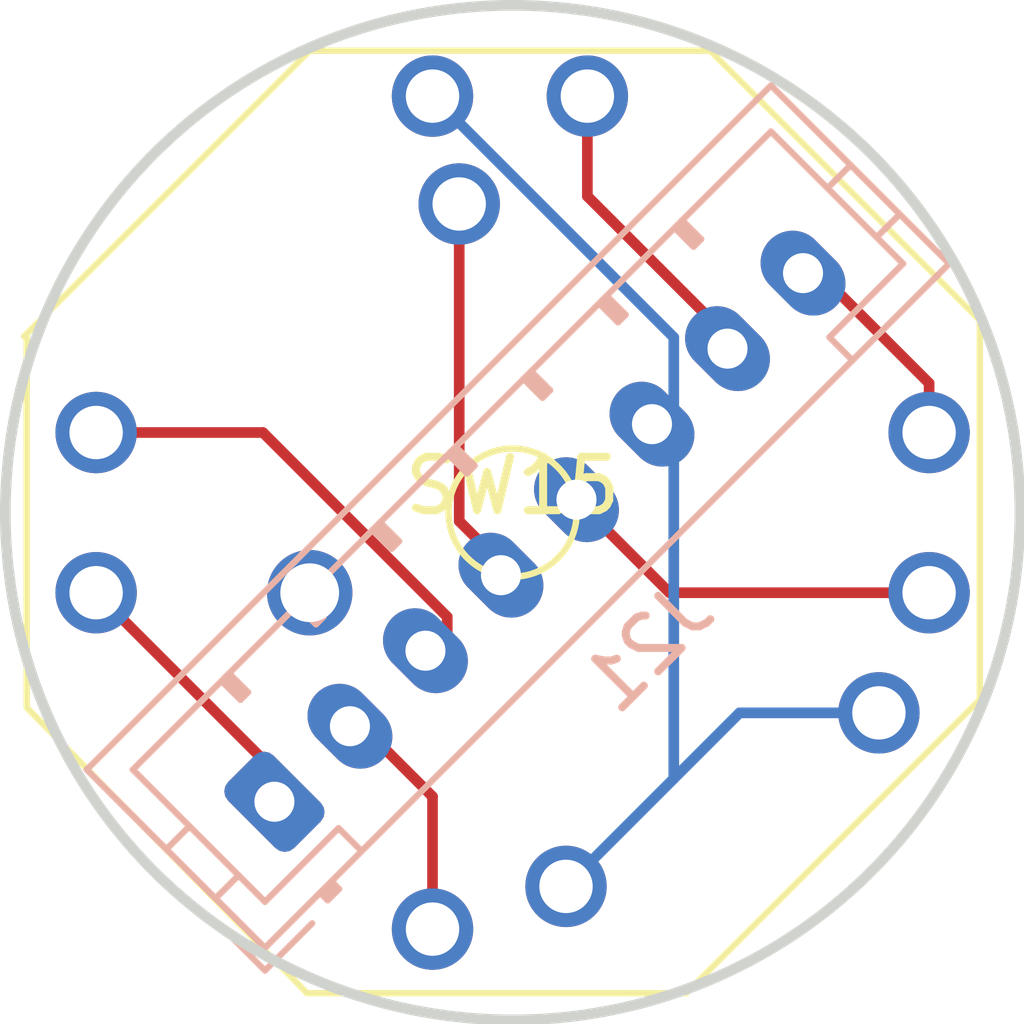
<source format=kicad_pcb>
(kicad_pcb (version 20211014) (generator pcbnew)
  (title_block (title "Libre-MIG PCB Full") (date "2022-10-10") (rev "v0.1"))
  (layers (0 "F.Cu" signal) (31 "B.Cu" signal) (34 "B.Paste" user) (35 "F.Paste" user) (36 "B.SilkS" user "B.Silkscreen") (37 "F.SilkS" user "F.Silkscreen") (38 "B.Mask" user) (39 "F.Mask" user) (44 "Edge.Cuts" user))
  (net 0 "")
  (net 1 "GND")
  (net 2 "/Encoder/EncodeA")
  (net 3 "/Encoder/EncodeB")
  (net 4 "/Encoder/DirC1")
  (net 5 "/Encoder/DirR1")
  (net 6 "/Encoder/DirL1")
  (net 7 "/Encoder/DirU1")
  (net 8 "/Encoder/DirD1")
  (footprint "Personal:RKJXT1F" (layer "F.Cu") (at 116.395 181.049)
    (fp_text reference "SW15" (at 0 -0.5 unlocked) (layer "F.SilkS"))
    (fp_text value "RKJXV1220")
    (fp_line (start -9.1 3.65) (end -9.1 -3.3) (layer "F.SilkS") (width 0.12))
    (fp_line (start -3.8 -8.65) (end 3.7 -8.65) (layer "F.SilkS") (width 0.12))
    (fp_line (start -3.85 9) (end -9.1 3.65) (layer "F.SilkS") (width 0.12))
    (fp_line (start 3.7 -8.65) (end 8.75 -3.6) (layer "F.SilkS") (width 0.12))
    (fp_line (start 3.25 9) (end -3.85 9) (layer "F.SilkS") (width 0.12))
    (fp_line (start -9.15 -3.3) (end -3.8 -8.65) (layer "F.SilkS") (width 0.12))
    (fp_line (start 8.75 3.5) (end 3.25 9) (layer "F.SilkS") (width 0.12))
    (fp_line (start 8.75 -3.6) (end 8.75 3.5) (layer "F.SilkS") (width 0.12))
    (fp_circle (center 0 0) (end 1.2 0) (layer "F.SilkS") (width 0.12) (fill none))
    (pad "" np_thru_hole circle (at -3.8 1.5) (size 1.6 1.6) (drill 1.1) (layers F&B.Cu *.Mask))
    (pad "1" thru_hole circle (at -1.5 7.8) (size 1.524 1.524) (drill 1) (layers *.Cu *.Mask) (net 7 "/Encoder/DirU1"))
    (pad "2" thru_hole circle (at 7.8 1.5) (size 1.524 1.524) (drill 1) (layers *.Cu *.Mask) (net 6 "/Encoder/DirL1"))
    (pad "3" thru_hole circle (at 1.4 -7.8) (size 1.524 1.524) (drill 1) (layers *.Cu *.Mask) (net 8 "/Encoder/DirD1"))
    (pad "4" thru_hole circle (at -7.8 -1.5) (size 1.524 1.524) (drill 1) (layers *.Cu *.Mask) (net 5 "/Encoder/DirR1"))
    (pad "5" thru_hole circle (at 1 7) (size 1.524 1.524) (drill 1) (layers *.Cu *.Mask) (net 1 "GND"))
    (pad "6" thru_hole circle (at -1 -5.78) (size 1.524 1.524) (drill 1) (layers *.Cu *.Mask) (net 4 "/Encoder/DirC1"))
    (pad "A" thru_hole circle (at -7.8 1.5) (size 1.524 1.524) (drill 1) (layers *.Cu *.Mask) (net 2 "/Encoder/EncodeA"))
    (pad "B" thru_hole circle (at 7.8 -1.5) (size 1.524 1.524) (drill 1) (layers *.Cu *.Mask) (net 3 "/Encoder/EncodeB"))
    (pad "C" thru_hole circle (at -1.5 -7.8) (size 1.524 1.524) (drill 1) (layers *.Cu *.Mask) (net 1 "GND"))
    (pad "GND" thru_hole circle (at 6.86 3.75) (size 1.524 1.524) (drill 1) (layers *.Cu *.Mask))
  )
  (footprint "Connector_JST:JST_PH_B8B-PH-K_1x08_P2.00mm_Vertical" (layer "B.Cu") (at 111.934162 186.463656 45)
    (fp_text reference "J21" (at 7 2.9 225) (layer "B.SilkS") (effects (justify mirror)))
    (fp_text value "Conn_01x08")
    (fp_line (start 16.06 1.81) (end -2.06 1.81) (layer "B.SilkS") (width 0.12))
    (fp_line (start 7.1 -1.8) (end 7.1 -2.3) (layer "B.SilkS") (width 0.12))
    (fp_line (start 0.9 -1.8) (end 1.1 -1.8) (layer "B.SilkS") (width 0.12))
    (fp_line (start 10.9 -1.8) (end 11.1 -1.8) (layer "B.SilkS") (width 0.12))
    (fp_line (start 0.9 -2.3) (end 0.9 -1.8) (layer "B.SilkS") (width 0.12))
    (fp_line (start -2.06 1.81) (end -2.06 -2.91) (layer "B.SilkS") (width 0.12))
    (fp_line (start 12.9 -1.8) (end 13.1 -1.8) (layer "B.SilkS") (width 0.12))
    (fp_line (start 9 -2.3) (end 9 -1.8) (layer "B.SilkS") (width 0.12))
    (fp_line (start 15.45 1.2) (end 13.5 1.2) (layer "B.SilkS") (width 0.12))
    (fp_line (start -2.36 2.11) (end -2.36 0.86) (layer "B.SilkS") (width 0.12))
    (fp_line (start 15.45 -2.3) (end 15.45 1.2) (layer "B.SilkS") (width 0.12))
    (fp_line (start 0.5 1.81) (end 0.5 1.2) (layer "B.SilkS") (width 0.12))
    (fp_line (start 0.5 1.2) (end -1.45 1.2) (layer "B.SilkS") (width 0.12))
    (fp_line (start 4.9 -1.8) (end 5.1 -1.8) (layer "B.SilkS") (width 0.12))
    (fp_line (start -2.06 -2.91) (end 16.06 -2.91) (layer "B.SilkS") (width 0.12))
    (fp_line (start -2.06 0.5) (end -1.45 0.5) (layer "B.SilkS") (width 0.12))
    (fp_line (start 11 -2.3) (end 11 -1.8) (layer "B.SilkS") (width 0.12))
    (fp_line (start 5 -2.3) (end 5 -1.8) (layer "B.SilkS") (width 0.12))
    (fp_line (start -0.3 2.01) (end -0.6 2.01) (layer "B.SilkS") (width 0.12))
    (fp_line (start 3 -2.3) (end 3 -1.8) (layer "B.SilkS") (width 0.12))
    (fp_line (start 8.9 -1.8) (end 9.1 -1.8) (layer "B.SilkS") (width 0.12))
    (fp_line (start 7 -2.3) (end 7 -1.8) (layer "B.SilkS") (width 0.12))
    (fp_line (start -0.3 1.91) (end -0.6 1.91) (layer "B.SilkS") (width 0.12))
    (fp_line (start 8.9 -2.3) (end 8.9 -1.8) (layer "B.SilkS") (width 0.12))
    (fp_line (start -0.6 2.01) (end -0.6 1.81) (layer "B.SilkS") (width 0.12))
    (fp_line (start 1.1 -1.8) (end 1.1 -2.3) (layer "B.SilkS") (width 0.12))
    (fp_line (start -0.3 1.81) (end -0.3 2.01) (layer "B.SilkS") (width 0.12))
    (fp_line (start 10.9 -2.3) (end 10.9 -1.8) (layer "B.SilkS") (width 0.12))
    (fp_line (start 16.06 0.5) (end 15.45 0.5) (layer "B.SilkS") (width 0.12))
    (fp_line (start 6.9 -1.8) (end 7.1 -1.8) (layer "B.SilkS") (width 0.12))
    (fp_line (start 6.9 -2.3) (end 6.9 -1.8) (layer "B.SilkS") (width 0.12))
    (fp_line (start 13 -2.3) (end 13 -1.8) (layer "B.SilkS") (width 0.12))
    (fp_line (start 2.9 -1.8) (end 3.1 -1.8) (layer "B.SilkS") (width 0.12))
    (fp_line (start 2.9 -2.3) (end 2.9 -1.8) (layer "B.SilkS") (width 0.12))
    (fp_line (start -2.06 -0.8) (end -1.45 -0.8) (layer "B.SilkS") (width 0.12))
    (fp_line (start -1.45 -2.3) (end 15.45 -2.3) (layer "B.SilkS") (width 0.12))
    (fp_line (start 4.9 -2.3) (end 4.9 -1.8) (layer "B.SilkS") (width 0.12))
    (fp_line (start 13.5 1.2) (end 13.5 1.81) (layer "B.SilkS") (width 0.12))
    (fp_line (start 16.06 -2.91) (end 16.06 1.81) (layer "B.SilkS") (width 0.12))
    (fp_line (start 12.9 -2.3) (end 12.9 -1.8) (layer "B.SilkS") (width 0.12))
    (fp_line (start 11.1 -1.8) (end 11.1 -2.3) (layer "B.SilkS") (width 0.12))
    (fp_line (start 16.06 -0.8) (end 15.45 -0.8) (layer "B.SilkS") (width 0.12))
    (fp_line (start -1.11 2.11) (end -2.36 2.11) (layer "B.SilkS") (width 0.12))
    (fp_line (start 13.1 -1.8) (end 13.1 -2.3) (layer "B.SilkS") (width 0.12))
    (fp_line (start 9.1 -1.8) (end 9.1 -2.3) (layer "B.SilkS") (width 0.12))
    (fp_line (start 5.1 -1.8) (end 5.1 -2.3) (layer "B.SilkS") (width 0.12))
    (fp_line (start 1 -2.3) (end 1 -1.8) (layer "B.SilkS") (width 0.12))
    (fp_line (start 3.1 -1.8) (end 3.1 -2.3) (layer "B.SilkS") (width 0.12))
    (fp_line (start -1.45 1.2) (end -1.45 -2.3) (layer "B.SilkS") (width 0.12))
    (pad "1" thru_hole roundrect (at 0 0 45) (size 1.2 1.75) (drill 0.75) (layers *.Cu *.Mask) (roundrect_rratio 0.208333) (net 2 "/Encoder/EncodeA"))
    (pad "2" thru_hole oval (at 2 0 45) (size 1.2 1.75) (drill 0.75) (layers *.Cu *.Mask) (net 7 "/Encoder/DirU1"))
    (pad "3" thru_hole oval (at 4 0 45) (size 1.2 1.75) (drill 0.75) (layers *.Cu *.Mask) (net 5 "/Encoder/DirR1"))
    (pad "4" thru_hole oval (at 6 0 45) (size 1.2 1.75) (drill 0.75) (layers *.Cu *.Mask) (net 4 "/Encoder/DirC1"))
    (pad "5" thru_hole oval (at 8 0 45) (size 1.2 1.75) (drill 0.75) (layers *.Cu *.Mask) (net 6 "/Encoder/DirL1"))
    (pad "6" thru_hole oval (at 10 0 45) (size 1.2 1.75) (drill 0.75) (layers *.Cu *.Mask) (net 1 "GND"))
    (pad "7" thru_hole oval (at 12 0 45) (size 1.2 1.75) (drill 0.75) (layers *.Cu *.Mask) (net 8 "/Encoder/DirD1"))
    (pad "8" thru_hole oval (at 14 0 45) (size 1.2 1.75) (drill 0.75) (layers *.Cu *.Mask) (net 3 "/Encoder/EncodeB"))
  )
  (gr_circle (center 116.395 181.049) (end 125.895 181.049) (layer "Edge.Cuts") (width 0.2) (fill none))
  (segment (start 119.41323 177.76723) (end 119.41323 179.570588) (width 0.2) (layer "B.Cu") (net 1))
  (segment (start 114.895 173.249) (end 119.41323 177.76723) (width 0.2) (layer "B.Cu") (net 1))
  (segment (start 119.41323 179.570588) (end 119.41323 186.03077) (width 0.2) (layer "B.Cu") (net 1))
  (segment (start 123.255 184.799) (end 120.645 184.799) (width 0.2) (layer "B.Cu") (net 1))
  (segment (start 119.41323 186.03077) (end 117.395 188.049) (width 0.2) (layer "B.Cu") (net 1))
  (segment (start 120.645 184.799) (end 119.41323 186.03077) (width 0.2) (layer "B.Cu") (net 1))
  (segment (start 112.342162 186.296162) (end 108.595 182.549) (width 0.2) (layer "F.Cu") (net 2))
  (segment (start 112.342162 186.641656) (end 112.342162 186.296162) (width 0.2) (layer "F.Cu") (net 2))
  (segment (start 122.312161 176.742161) (end 122.241657 176.742161) (width 0.2) (layer "F.Cu") (net 3))
  (segment (start 124.195 178.625) (end 122.312161 176.742161) (width 0.2) (layer "F.Cu") (net 3))
  (segment (start 124.195 179.549) (end 124.195 178.625) (width 0.2) (layer "F.Cu") (net 3))
  (segment (start 115.395 181.209212) (end 116.584803 182.399015) (width 0.2) (layer "F.Cu") (net 4))
  (segment (start 115.395 175.269) (end 115.395 181.209212) (width 0.2) (layer "F.Cu") (net 4))
  (segment (start 115.170589 183.000589) (end 115.170589 183.813229) (width 0.2) (layer "F.Cu") (net 5))
  (segment (start 111.719 179.549) (end 115.170589 183.000589) (width 0.2) (layer "F.Cu") (net 5))
  (segment (start 108.595 179.549) (end 111.719 179.549) (width 0.2) (layer "F.Cu") (net 5))
  (segment (start 119.333214 182.549) (end 117.999016 181.214802) (width 0.2) (layer "F.Cu") (net 6))
  (segment (start 124.195 182.549) (end 119.333214 182.549) (width 0.2) (layer "F.Cu") (net 6))
  (segment (start 117.999016 181.214802) (end 117.999016 180.984802) (width 0.2) (layer "F.Cu") (net 6))
  (segment (start 114.895 186.366066) (end 113.756376 185.227442) (width 0.2) (layer "F.Cu") (net 7))
  (segment (start 114.895 188.849) (end 114.895 186.366066) (width 0.2) (layer "F.Cu") (net 7))
  (segment (start 117.795 173.249) (end 117.795 175.123932) (width 0.2) (layer "F.Cu") (net 8))
  (segment (start 117.795 175.123932) (end 120.827443 178.156375) (width 0.2) (layer "F.Cu") (net 8))
)
</source>
